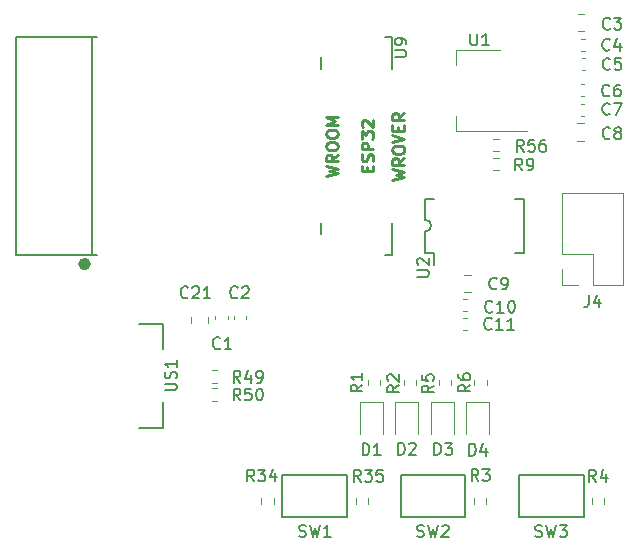
<source format=gbr>
%TF.GenerationSoftware,KiCad,Pcbnew,5.1.9+dfsg1-1~bpo10+1*%
%TF.CreationDate,2021-11-10T17:07:06+01:00*%
%TF.ProjectId,ulx4m-cm4-hat,756c7834-6d2d-4636-9d34-2d6861742e6b,V1.0*%
%TF.SameCoordinates,Original*%
%TF.FileFunction,Legend,Top*%
%TF.FilePolarity,Positive*%
%FSLAX46Y46*%
G04 Gerber Fmt 4.6, Leading zero omitted, Abs format (unit mm)*
G04 Created by KiCad (PCBNEW 5.1.9+dfsg1-1~bpo10+1) date 2021-11-10 17:07:06*
%MOMM*%
%LPD*%
G01*
G04 APERTURE LIST*
%ADD10C,0.120000*%
%ADD11C,0.150000*%
%ADD12C,0.500000*%
%ADD13C,0.250000*%
G04 APERTURE END LIST*
D10*
%TO.C,C1*%
X122865000Y-86609420D02*
X122865000Y-86890580D01*
X123885000Y-86609420D02*
X123885000Y-86890580D01*
%TO.C,C2*%
X125485000Y-86609420D02*
X125485000Y-86890580D01*
X124465000Y-86609420D02*
X124465000Y-86890580D01*
%TO.C,C3*%
X153538748Y-62510000D02*
X154061252Y-62510000D01*
X153538748Y-61040000D02*
X154061252Y-61040000D01*
%TO.C,C4*%
X153844420Y-64140000D02*
X154125580Y-64140000D01*
X153844420Y-63120000D02*
X154125580Y-63120000D01*
%TO.C,C5*%
X153869420Y-64745000D02*
X154150580Y-64745000D01*
X153869420Y-65765000D02*
X154150580Y-65765000D01*
%TO.C,C6*%
X153819420Y-68015000D02*
X154100580Y-68015000D01*
X153819420Y-66995000D02*
X154100580Y-66995000D01*
%TO.C,C7*%
X153819420Y-68620000D02*
X154100580Y-68620000D01*
X153819420Y-69640000D02*
X154100580Y-69640000D01*
%TO.C,C8*%
X153513748Y-70290000D02*
X154036252Y-70290000D01*
X153513748Y-71760000D02*
X154036252Y-71760000D01*
%TO.C,C9*%
X143943748Y-83100000D02*
X144466252Y-83100000D01*
X143943748Y-84570000D02*
X144466252Y-84570000D01*
%TO.C,C10*%
X143839420Y-86220000D02*
X144120580Y-86220000D01*
X143839420Y-85200000D02*
X144120580Y-85200000D01*
%TO.C,C11*%
X143839420Y-86800000D02*
X144120580Y-86800000D01*
X143839420Y-87820000D02*
X144120580Y-87820000D01*
%TO.C,C21*%
X120765000Y-86688748D02*
X120765000Y-87211252D01*
X122235000Y-86688748D02*
X122235000Y-87211252D01*
%TO.C,D1*%
X135100000Y-93905000D02*
X135100000Y-96590000D01*
X137020000Y-93905000D02*
X135100000Y-93905000D01*
X137020000Y-96590000D02*
X137020000Y-93905000D01*
%TO.C,D2*%
X140020000Y-96590000D02*
X140020000Y-93905000D01*
X140020000Y-93905000D02*
X138100000Y-93905000D01*
X138100000Y-93905000D02*
X138100000Y-96590000D01*
%TO.C,D3*%
X143020000Y-96590000D02*
X143020000Y-93905000D01*
X143020000Y-93905000D02*
X141100000Y-93905000D01*
X141100000Y-93905000D02*
X141100000Y-96590000D01*
%TO.C,D4*%
X144100000Y-93905000D02*
X144100000Y-96590000D01*
X146020000Y-93905000D02*
X144100000Y-93905000D01*
X146020000Y-96590000D02*
X146020000Y-93905000D01*
%TO.C,R1*%
X135762500Y-92477258D02*
X135762500Y-92002742D01*
X136807500Y-92477258D02*
X136807500Y-92002742D01*
%TO.C,R2*%
X138787500Y-92002742D02*
X138787500Y-92477258D01*
X139832500Y-92002742D02*
X139832500Y-92477258D01*
%TO.C,R3*%
X144752500Y-102477258D02*
X144752500Y-102002742D01*
X145797500Y-102477258D02*
X145797500Y-102002742D01*
%TO.C,R4*%
X155797500Y-102487258D02*
X155797500Y-102012742D01*
X154752500Y-102487258D02*
X154752500Y-102012742D01*
%TO.C,R5*%
X142822500Y-92002742D02*
X142822500Y-92477258D01*
X141777500Y-92002742D02*
X141777500Y-92477258D01*
%TO.C,R6*%
X144787500Y-92002742D02*
X144787500Y-92477258D01*
X145832500Y-92002742D02*
X145832500Y-92477258D01*
%TO.C,R9*%
X146362742Y-74272500D02*
X146837258Y-74272500D01*
X146362742Y-73227500D02*
X146837258Y-73227500D01*
%TO.C,R34*%
X127797500Y-102012742D02*
X127797500Y-102487258D01*
X126752500Y-102012742D02*
X126752500Y-102487258D01*
%TO.C,R35*%
X135797500Y-102487258D02*
X135797500Y-102012742D01*
X134752500Y-102487258D02*
X134752500Y-102012742D01*
%TO.C,R49*%
X123017258Y-92232500D02*
X122542742Y-92232500D01*
X123017258Y-91187500D02*
X122542742Y-91187500D01*
%TO.C,R50*%
X123007258Y-92717500D02*
X122532742Y-92717500D01*
X123007258Y-93762500D02*
X122532742Y-93762500D01*
%TO.C,R56*%
X146857258Y-72632500D02*
X146382742Y-72632500D01*
X146857258Y-71587500D02*
X146382742Y-71587500D01*
D11*
%TO.C,SW1*%
X128530000Y-103650000D02*
X128530000Y-100050000D01*
X134030000Y-103650000D02*
X128530000Y-103650000D01*
X134030000Y-100050000D02*
X134030000Y-103650000D01*
X128530000Y-100050000D02*
X134030000Y-100050000D01*
%TO.C,SW2*%
X138530000Y-100060000D02*
X144030000Y-100060000D01*
X144030000Y-100060000D02*
X144030000Y-103660000D01*
X144030000Y-103660000D02*
X138530000Y-103660000D01*
X138530000Y-103660000D02*
X138530000Y-100060000D01*
%TO.C,SW3*%
X148530000Y-100060000D02*
X154030000Y-100060000D01*
X154030000Y-100060000D02*
X154030000Y-103660000D01*
X154030000Y-103660000D02*
X148530000Y-103660000D01*
X148530000Y-103660000D02*
X148530000Y-100060000D01*
D10*
%TO.C,U1*%
X143215000Y-64115000D02*
X143215000Y-65375000D01*
X143215000Y-70935000D02*
X143215000Y-69675000D01*
X146975000Y-64115000D02*
X143215000Y-64115000D01*
X149225000Y-70935000D02*
X143215000Y-70935000D01*
D11*
%TO.C,U2*%
X140609000Y-78442000D02*
X140609000Y-76664000D01*
X140609000Y-76664000D02*
X141371000Y-76664000D01*
X140609000Y-79458000D02*
X140609000Y-81236000D01*
X140609000Y-81236000D02*
X141371000Y-81236000D01*
X141371000Y-81236000D02*
X141371000Y-82252000D01*
X148229000Y-81236000D02*
X148991000Y-81236000D01*
X148991000Y-81236000D02*
X148991000Y-76664000D01*
X148991000Y-76664000D02*
X148229000Y-76664000D01*
X140609000Y-78442000D02*
G75*
G02*
X140609000Y-79458000I0J-508000D01*
G01*
%TO.C,U9*%
X137785000Y-81400000D02*
X137225000Y-81400000D01*
X137785000Y-78700000D02*
X137785000Y-81400000D01*
X137785000Y-63000000D02*
X137785000Y-65700000D01*
X137225000Y-63000000D02*
X137785000Y-63000000D01*
X105985000Y-63000000D02*
X105985000Y-81400000D01*
X105985000Y-63000000D02*
X112875000Y-63000000D01*
X105985000Y-81400000D02*
X112875000Y-81400000D01*
X112405000Y-63000000D02*
X112405000Y-81400000D01*
D12*
X112063981Y-82200000D02*
G75*
G03*
X112063981Y-82200000I-283981J0D01*
G01*
D11*
X131835000Y-64700000D02*
X131835000Y-65700000D01*
X131835000Y-78700000D02*
X131835000Y-79700000D01*
%TO.C,US1*%
X116380000Y-87250000D02*
X118380000Y-87250000D01*
X118380000Y-87250000D02*
X118380000Y-89400000D01*
X118380000Y-93900000D02*
X118380000Y-96050000D01*
X118380000Y-96050000D02*
X116430000Y-96050000D01*
D10*
%TO.C,J4*%
X157395000Y-83955000D02*
X154795000Y-83955000D01*
X157395000Y-83955000D02*
X157395000Y-76215000D01*
X157395000Y-76215000D02*
X152195000Y-76215000D01*
X152195000Y-81355000D02*
X152195000Y-76215000D01*
X154795000Y-81355000D02*
X152195000Y-81355000D01*
X154795000Y-83955000D02*
X154795000Y-81355000D01*
X152195000Y-83955000D02*
X152195000Y-82625000D01*
X153525000Y-83955000D02*
X152195000Y-83955000D01*
%TO.C,C1*%
D11*
X123258333Y-89307142D02*
X123210714Y-89354761D01*
X123067857Y-89402380D01*
X122972619Y-89402380D01*
X122829761Y-89354761D01*
X122734523Y-89259523D01*
X122686904Y-89164285D01*
X122639285Y-88973809D01*
X122639285Y-88830952D01*
X122686904Y-88640476D01*
X122734523Y-88545238D01*
X122829761Y-88450000D01*
X122972619Y-88402380D01*
X123067857Y-88402380D01*
X123210714Y-88450000D01*
X123258333Y-88497619D01*
X124210714Y-89402380D02*
X123639285Y-89402380D01*
X123925000Y-89402380D02*
X123925000Y-88402380D01*
X123829761Y-88545238D01*
X123734523Y-88640476D01*
X123639285Y-88688095D01*
%TO.C,C2*%
X124733333Y-85007142D02*
X124685714Y-85054761D01*
X124542857Y-85102380D01*
X124447619Y-85102380D01*
X124304761Y-85054761D01*
X124209523Y-84959523D01*
X124161904Y-84864285D01*
X124114285Y-84673809D01*
X124114285Y-84530952D01*
X124161904Y-84340476D01*
X124209523Y-84245238D01*
X124304761Y-84150000D01*
X124447619Y-84102380D01*
X124542857Y-84102380D01*
X124685714Y-84150000D01*
X124733333Y-84197619D01*
X125114285Y-84197619D02*
X125161904Y-84150000D01*
X125257142Y-84102380D01*
X125495238Y-84102380D01*
X125590476Y-84150000D01*
X125638095Y-84197619D01*
X125685714Y-84292857D01*
X125685714Y-84388095D01*
X125638095Y-84530952D01*
X125066666Y-85102380D01*
X125685714Y-85102380D01*
%TO.C,C3*%
X156283333Y-62257142D02*
X156235714Y-62304761D01*
X156092857Y-62352380D01*
X155997619Y-62352380D01*
X155854761Y-62304761D01*
X155759523Y-62209523D01*
X155711904Y-62114285D01*
X155664285Y-61923809D01*
X155664285Y-61780952D01*
X155711904Y-61590476D01*
X155759523Y-61495238D01*
X155854761Y-61400000D01*
X155997619Y-61352380D01*
X156092857Y-61352380D01*
X156235714Y-61400000D01*
X156283333Y-61447619D01*
X156616666Y-61352380D02*
X157235714Y-61352380D01*
X156902380Y-61733333D01*
X157045238Y-61733333D01*
X157140476Y-61780952D01*
X157188095Y-61828571D01*
X157235714Y-61923809D01*
X157235714Y-62161904D01*
X157188095Y-62257142D01*
X157140476Y-62304761D01*
X157045238Y-62352380D01*
X156759523Y-62352380D01*
X156664285Y-62304761D01*
X156616666Y-62257142D01*
%TO.C,C4*%
X156243333Y-64037142D02*
X156195714Y-64084761D01*
X156052857Y-64132380D01*
X155957619Y-64132380D01*
X155814761Y-64084761D01*
X155719523Y-63989523D01*
X155671904Y-63894285D01*
X155624285Y-63703809D01*
X155624285Y-63560952D01*
X155671904Y-63370476D01*
X155719523Y-63275238D01*
X155814761Y-63180000D01*
X155957619Y-63132380D01*
X156052857Y-63132380D01*
X156195714Y-63180000D01*
X156243333Y-63227619D01*
X157100476Y-63465714D02*
X157100476Y-64132380D01*
X156862380Y-63084761D02*
X156624285Y-63799047D01*
X157243333Y-63799047D01*
%TO.C,C5*%
X156268333Y-65662142D02*
X156220714Y-65709761D01*
X156077857Y-65757380D01*
X155982619Y-65757380D01*
X155839761Y-65709761D01*
X155744523Y-65614523D01*
X155696904Y-65519285D01*
X155649285Y-65328809D01*
X155649285Y-65185952D01*
X155696904Y-64995476D01*
X155744523Y-64900238D01*
X155839761Y-64805000D01*
X155982619Y-64757380D01*
X156077857Y-64757380D01*
X156220714Y-64805000D01*
X156268333Y-64852619D01*
X157173095Y-64757380D02*
X156696904Y-64757380D01*
X156649285Y-65233571D01*
X156696904Y-65185952D01*
X156792142Y-65138333D01*
X157030238Y-65138333D01*
X157125476Y-65185952D01*
X157173095Y-65233571D01*
X157220714Y-65328809D01*
X157220714Y-65566904D01*
X157173095Y-65662142D01*
X157125476Y-65709761D01*
X157030238Y-65757380D01*
X156792142Y-65757380D01*
X156696904Y-65709761D01*
X156649285Y-65662142D01*
%TO.C,C6*%
X156218333Y-67912142D02*
X156170714Y-67959761D01*
X156027857Y-68007380D01*
X155932619Y-68007380D01*
X155789761Y-67959761D01*
X155694523Y-67864523D01*
X155646904Y-67769285D01*
X155599285Y-67578809D01*
X155599285Y-67435952D01*
X155646904Y-67245476D01*
X155694523Y-67150238D01*
X155789761Y-67055000D01*
X155932619Y-67007380D01*
X156027857Y-67007380D01*
X156170714Y-67055000D01*
X156218333Y-67102619D01*
X157075476Y-67007380D02*
X156885000Y-67007380D01*
X156789761Y-67055000D01*
X156742142Y-67102619D01*
X156646904Y-67245476D01*
X156599285Y-67435952D01*
X156599285Y-67816904D01*
X156646904Y-67912142D01*
X156694523Y-67959761D01*
X156789761Y-68007380D01*
X156980238Y-68007380D01*
X157075476Y-67959761D01*
X157123095Y-67912142D01*
X157170714Y-67816904D01*
X157170714Y-67578809D01*
X157123095Y-67483571D01*
X157075476Y-67435952D01*
X156980238Y-67388333D01*
X156789761Y-67388333D01*
X156694523Y-67435952D01*
X156646904Y-67483571D01*
X156599285Y-67578809D01*
%TO.C,C7*%
X156243333Y-69487142D02*
X156195714Y-69534761D01*
X156052857Y-69582380D01*
X155957619Y-69582380D01*
X155814761Y-69534761D01*
X155719523Y-69439523D01*
X155671904Y-69344285D01*
X155624285Y-69153809D01*
X155624285Y-69010952D01*
X155671904Y-68820476D01*
X155719523Y-68725238D01*
X155814761Y-68630000D01*
X155957619Y-68582380D01*
X156052857Y-68582380D01*
X156195714Y-68630000D01*
X156243333Y-68677619D01*
X156576666Y-68582380D02*
X157243333Y-68582380D01*
X156814761Y-69582380D01*
%TO.C,C8*%
X156258333Y-71532142D02*
X156210714Y-71579761D01*
X156067857Y-71627380D01*
X155972619Y-71627380D01*
X155829761Y-71579761D01*
X155734523Y-71484523D01*
X155686904Y-71389285D01*
X155639285Y-71198809D01*
X155639285Y-71055952D01*
X155686904Y-70865476D01*
X155734523Y-70770238D01*
X155829761Y-70675000D01*
X155972619Y-70627380D01*
X156067857Y-70627380D01*
X156210714Y-70675000D01*
X156258333Y-70722619D01*
X156829761Y-71055952D02*
X156734523Y-71008333D01*
X156686904Y-70960714D01*
X156639285Y-70865476D01*
X156639285Y-70817857D01*
X156686904Y-70722619D01*
X156734523Y-70675000D01*
X156829761Y-70627380D01*
X157020238Y-70627380D01*
X157115476Y-70675000D01*
X157163095Y-70722619D01*
X157210714Y-70817857D01*
X157210714Y-70865476D01*
X157163095Y-70960714D01*
X157115476Y-71008333D01*
X157020238Y-71055952D01*
X156829761Y-71055952D01*
X156734523Y-71103571D01*
X156686904Y-71151190D01*
X156639285Y-71246428D01*
X156639285Y-71436904D01*
X156686904Y-71532142D01*
X156734523Y-71579761D01*
X156829761Y-71627380D01*
X157020238Y-71627380D01*
X157115476Y-71579761D01*
X157163095Y-71532142D01*
X157210714Y-71436904D01*
X157210714Y-71246428D01*
X157163095Y-71151190D01*
X157115476Y-71103571D01*
X157020238Y-71055952D01*
%TO.C,C9*%
X146683333Y-84257142D02*
X146635714Y-84304761D01*
X146492857Y-84352380D01*
X146397619Y-84352380D01*
X146254761Y-84304761D01*
X146159523Y-84209523D01*
X146111904Y-84114285D01*
X146064285Y-83923809D01*
X146064285Y-83780952D01*
X146111904Y-83590476D01*
X146159523Y-83495238D01*
X146254761Y-83400000D01*
X146397619Y-83352380D01*
X146492857Y-83352380D01*
X146635714Y-83400000D01*
X146683333Y-83447619D01*
X147159523Y-84352380D02*
X147350000Y-84352380D01*
X147445238Y-84304761D01*
X147492857Y-84257142D01*
X147588095Y-84114285D01*
X147635714Y-83923809D01*
X147635714Y-83542857D01*
X147588095Y-83447619D01*
X147540476Y-83400000D01*
X147445238Y-83352380D01*
X147254761Y-83352380D01*
X147159523Y-83400000D01*
X147111904Y-83447619D01*
X147064285Y-83542857D01*
X147064285Y-83780952D01*
X147111904Y-83876190D01*
X147159523Y-83923809D01*
X147254761Y-83971428D01*
X147445238Y-83971428D01*
X147540476Y-83923809D01*
X147588095Y-83876190D01*
X147635714Y-83780952D01*
%TO.C,C10*%
X146312142Y-86217142D02*
X146264523Y-86264761D01*
X146121666Y-86312380D01*
X146026428Y-86312380D01*
X145883571Y-86264761D01*
X145788333Y-86169523D01*
X145740714Y-86074285D01*
X145693095Y-85883809D01*
X145693095Y-85740952D01*
X145740714Y-85550476D01*
X145788333Y-85455238D01*
X145883571Y-85360000D01*
X146026428Y-85312380D01*
X146121666Y-85312380D01*
X146264523Y-85360000D01*
X146312142Y-85407619D01*
X147264523Y-86312380D02*
X146693095Y-86312380D01*
X146978809Y-86312380D02*
X146978809Y-85312380D01*
X146883571Y-85455238D01*
X146788333Y-85550476D01*
X146693095Y-85598095D01*
X147883571Y-85312380D02*
X147978809Y-85312380D01*
X148074047Y-85360000D01*
X148121666Y-85407619D01*
X148169285Y-85502857D01*
X148216904Y-85693333D01*
X148216904Y-85931428D01*
X148169285Y-86121904D01*
X148121666Y-86217142D01*
X148074047Y-86264761D01*
X147978809Y-86312380D01*
X147883571Y-86312380D01*
X147788333Y-86264761D01*
X147740714Y-86217142D01*
X147693095Y-86121904D01*
X147645476Y-85931428D01*
X147645476Y-85693333D01*
X147693095Y-85502857D01*
X147740714Y-85407619D01*
X147788333Y-85360000D01*
X147883571Y-85312380D01*
%TO.C,C11*%
X146237142Y-87667142D02*
X146189523Y-87714761D01*
X146046666Y-87762380D01*
X145951428Y-87762380D01*
X145808571Y-87714761D01*
X145713333Y-87619523D01*
X145665714Y-87524285D01*
X145618095Y-87333809D01*
X145618095Y-87190952D01*
X145665714Y-87000476D01*
X145713333Y-86905238D01*
X145808571Y-86810000D01*
X145951428Y-86762380D01*
X146046666Y-86762380D01*
X146189523Y-86810000D01*
X146237142Y-86857619D01*
X147189523Y-87762380D02*
X146618095Y-87762380D01*
X146903809Y-87762380D02*
X146903809Y-86762380D01*
X146808571Y-86905238D01*
X146713333Y-87000476D01*
X146618095Y-87048095D01*
X148141904Y-87762380D02*
X147570476Y-87762380D01*
X147856190Y-87762380D02*
X147856190Y-86762380D01*
X147760952Y-86905238D01*
X147665714Y-87000476D01*
X147570476Y-87048095D01*
%TO.C,C21*%
X120532142Y-85007142D02*
X120484523Y-85054761D01*
X120341666Y-85102380D01*
X120246428Y-85102380D01*
X120103571Y-85054761D01*
X120008333Y-84959523D01*
X119960714Y-84864285D01*
X119913095Y-84673809D01*
X119913095Y-84530952D01*
X119960714Y-84340476D01*
X120008333Y-84245238D01*
X120103571Y-84150000D01*
X120246428Y-84102380D01*
X120341666Y-84102380D01*
X120484523Y-84150000D01*
X120532142Y-84197619D01*
X120913095Y-84197619D02*
X120960714Y-84150000D01*
X121055952Y-84102380D01*
X121294047Y-84102380D01*
X121389285Y-84150000D01*
X121436904Y-84197619D01*
X121484523Y-84292857D01*
X121484523Y-84388095D01*
X121436904Y-84530952D01*
X120865476Y-85102380D01*
X121484523Y-85102380D01*
X122436904Y-85102380D02*
X121865476Y-85102380D01*
X122151190Y-85102380D02*
X122151190Y-84102380D01*
X122055952Y-84245238D01*
X121960714Y-84340476D01*
X121865476Y-84388095D01*
%TO.C,D1*%
X135321904Y-98392380D02*
X135321904Y-97392380D01*
X135560000Y-97392380D01*
X135702857Y-97440000D01*
X135798095Y-97535238D01*
X135845714Y-97630476D01*
X135893333Y-97820952D01*
X135893333Y-97963809D01*
X135845714Y-98154285D01*
X135798095Y-98249523D01*
X135702857Y-98344761D01*
X135560000Y-98392380D01*
X135321904Y-98392380D01*
X136845714Y-98392380D02*
X136274285Y-98392380D01*
X136560000Y-98392380D02*
X136560000Y-97392380D01*
X136464761Y-97535238D01*
X136369523Y-97630476D01*
X136274285Y-97678095D01*
%TO.C,D2*%
X138321904Y-98342380D02*
X138321904Y-97342380D01*
X138560000Y-97342380D01*
X138702857Y-97390000D01*
X138798095Y-97485238D01*
X138845714Y-97580476D01*
X138893333Y-97770952D01*
X138893333Y-97913809D01*
X138845714Y-98104285D01*
X138798095Y-98199523D01*
X138702857Y-98294761D01*
X138560000Y-98342380D01*
X138321904Y-98342380D01*
X139274285Y-97437619D02*
X139321904Y-97390000D01*
X139417142Y-97342380D01*
X139655238Y-97342380D01*
X139750476Y-97390000D01*
X139798095Y-97437619D01*
X139845714Y-97532857D01*
X139845714Y-97628095D01*
X139798095Y-97770952D01*
X139226666Y-98342380D01*
X139845714Y-98342380D01*
%TO.C,D3*%
X141396904Y-98367380D02*
X141396904Y-97367380D01*
X141635000Y-97367380D01*
X141777857Y-97415000D01*
X141873095Y-97510238D01*
X141920714Y-97605476D01*
X141968333Y-97795952D01*
X141968333Y-97938809D01*
X141920714Y-98129285D01*
X141873095Y-98224523D01*
X141777857Y-98319761D01*
X141635000Y-98367380D01*
X141396904Y-98367380D01*
X142301666Y-97367380D02*
X142920714Y-97367380D01*
X142587380Y-97748333D01*
X142730238Y-97748333D01*
X142825476Y-97795952D01*
X142873095Y-97843571D01*
X142920714Y-97938809D01*
X142920714Y-98176904D01*
X142873095Y-98272142D01*
X142825476Y-98319761D01*
X142730238Y-98367380D01*
X142444523Y-98367380D01*
X142349285Y-98319761D01*
X142301666Y-98272142D01*
%TO.C,D4*%
X144346904Y-98417380D02*
X144346904Y-97417380D01*
X144585000Y-97417380D01*
X144727857Y-97465000D01*
X144823095Y-97560238D01*
X144870714Y-97655476D01*
X144918333Y-97845952D01*
X144918333Y-97988809D01*
X144870714Y-98179285D01*
X144823095Y-98274523D01*
X144727857Y-98369761D01*
X144585000Y-98417380D01*
X144346904Y-98417380D01*
X145775476Y-97750714D02*
X145775476Y-98417380D01*
X145537380Y-97369761D02*
X145299285Y-98084047D01*
X145918333Y-98084047D01*
%TO.C,R1*%
X135307380Y-92406666D02*
X134831190Y-92740000D01*
X135307380Y-92978095D02*
X134307380Y-92978095D01*
X134307380Y-92597142D01*
X134355000Y-92501904D01*
X134402619Y-92454285D01*
X134497857Y-92406666D01*
X134640714Y-92406666D01*
X134735952Y-92454285D01*
X134783571Y-92501904D01*
X134831190Y-92597142D01*
X134831190Y-92978095D01*
X135307380Y-91454285D02*
X135307380Y-92025714D01*
X135307380Y-91740000D02*
X134307380Y-91740000D01*
X134450238Y-91835238D01*
X134545476Y-91930476D01*
X134593095Y-92025714D01*
%TO.C,R2*%
X138412380Y-92481666D02*
X137936190Y-92815000D01*
X138412380Y-93053095D02*
X137412380Y-93053095D01*
X137412380Y-92672142D01*
X137460000Y-92576904D01*
X137507619Y-92529285D01*
X137602857Y-92481666D01*
X137745714Y-92481666D01*
X137840952Y-92529285D01*
X137888571Y-92576904D01*
X137936190Y-92672142D01*
X137936190Y-93053095D01*
X137507619Y-92100714D02*
X137460000Y-92053095D01*
X137412380Y-91957857D01*
X137412380Y-91719761D01*
X137460000Y-91624523D01*
X137507619Y-91576904D01*
X137602857Y-91529285D01*
X137698095Y-91529285D01*
X137840952Y-91576904D01*
X138412380Y-92148333D01*
X138412380Y-91529285D01*
%TO.C,R3*%
X145133333Y-100562380D02*
X144800000Y-100086190D01*
X144561904Y-100562380D02*
X144561904Y-99562380D01*
X144942857Y-99562380D01*
X145038095Y-99610000D01*
X145085714Y-99657619D01*
X145133333Y-99752857D01*
X145133333Y-99895714D01*
X145085714Y-99990952D01*
X145038095Y-100038571D01*
X144942857Y-100086190D01*
X144561904Y-100086190D01*
X145466666Y-99562380D02*
X146085714Y-99562380D01*
X145752380Y-99943333D01*
X145895238Y-99943333D01*
X145990476Y-99990952D01*
X146038095Y-100038571D01*
X146085714Y-100133809D01*
X146085714Y-100371904D01*
X146038095Y-100467142D01*
X145990476Y-100514761D01*
X145895238Y-100562380D01*
X145609523Y-100562380D01*
X145514285Y-100514761D01*
X145466666Y-100467142D01*
%TO.C,R4*%
X155083333Y-100627380D02*
X154750000Y-100151190D01*
X154511904Y-100627380D02*
X154511904Y-99627380D01*
X154892857Y-99627380D01*
X154988095Y-99675000D01*
X155035714Y-99722619D01*
X155083333Y-99817857D01*
X155083333Y-99960714D01*
X155035714Y-100055952D01*
X154988095Y-100103571D01*
X154892857Y-100151190D01*
X154511904Y-100151190D01*
X155940476Y-99960714D02*
X155940476Y-100627380D01*
X155702380Y-99579761D02*
X155464285Y-100294047D01*
X156083333Y-100294047D01*
%TO.C,R5*%
X141342380Y-92486666D02*
X140866190Y-92820000D01*
X141342380Y-93058095D02*
X140342380Y-93058095D01*
X140342380Y-92677142D01*
X140390000Y-92581904D01*
X140437619Y-92534285D01*
X140532857Y-92486666D01*
X140675714Y-92486666D01*
X140770952Y-92534285D01*
X140818571Y-92581904D01*
X140866190Y-92677142D01*
X140866190Y-93058095D01*
X140342380Y-91581904D02*
X140342380Y-92058095D01*
X140818571Y-92105714D01*
X140770952Y-92058095D01*
X140723333Y-91962857D01*
X140723333Y-91724761D01*
X140770952Y-91629523D01*
X140818571Y-91581904D01*
X140913809Y-91534285D01*
X141151904Y-91534285D01*
X141247142Y-91581904D01*
X141294761Y-91629523D01*
X141342380Y-91724761D01*
X141342380Y-91962857D01*
X141294761Y-92058095D01*
X141247142Y-92105714D01*
%TO.C,R6*%
X144437380Y-92406666D02*
X143961190Y-92740000D01*
X144437380Y-92978095D02*
X143437380Y-92978095D01*
X143437380Y-92597142D01*
X143485000Y-92501904D01*
X143532619Y-92454285D01*
X143627857Y-92406666D01*
X143770714Y-92406666D01*
X143865952Y-92454285D01*
X143913571Y-92501904D01*
X143961190Y-92597142D01*
X143961190Y-92978095D01*
X143437380Y-91549523D02*
X143437380Y-91740000D01*
X143485000Y-91835238D01*
X143532619Y-91882857D01*
X143675476Y-91978095D01*
X143865952Y-92025714D01*
X144246904Y-92025714D01*
X144342142Y-91978095D01*
X144389761Y-91930476D01*
X144437380Y-91835238D01*
X144437380Y-91644761D01*
X144389761Y-91549523D01*
X144342142Y-91501904D01*
X144246904Y-91454285D01*
X144008809Y-91454285D01*
X143913571Y-91501904D01*
X143865952Y-91549523D01*
X143818333Y-91644761D01*
X143818333Y-91835238D01*
X143865952Y-91930476D01*
X143913571Y-91978095D01*
X144008809Y-92025714D01*
%TO.C,R9*%
X148833333Y-74277380D02*
X148500000Y-73801190D01*
X148261904Y-74277380D02*
X148261904Y-73277380D01*
X148642857Y-73277380D01*
X148738095Y-73325000D01*
X148785714Y-73372619D01*
X148833333Y-73467857D01*
X148833333Y-73610714D01*
X148785714Y-73705952D01*
X148738095Y-73753571D01*
X148642857Y-73801190D01*
X148261904Y-73801190D01*
X149309523Y-74277380D02*
X149500000Y-74277380D01*
X149595238Y-74229761D01*
X149642857Y-74182142D01*
X149738095Y-74039285D01*
X149785714Y-73848809D01*
X149785714Y-73467857D01*
X149738095Y-73372619D01*
X149690476Y-73325000D01*
X149595238Y-73277380D01*
X149404761Y-73277380D01*
X149309523Y-73325000D01*
X149261904Y-73372619D01*
X149214285Y-73467857D01*
X149214285Y-73705952D01*
X149261904Y-73801190D01*
X149309523Y-73848809D01*
X149404761Y-73896428D01*
X149595238Y-73896428D01*
X149690476Y-73848809D01*
X149738095Y-73801190D01*
X149785714Y-73705952D01*
%TO.C,R34*%
X126132142Y-100602380D02*
X125798809Y-100126190D01*
X125560714Y-100602380D02*
X125560714Y-99602380D01*
X125941666Y-99602380D01*
X126036904Y-99650000D01*
X126084523Y-99697619D01*
X126132142Y-99792857D01*
X126132142Y-99935714D01*
X126084523Y-100030952D01*
X126036904Y-100078571D01*
X125941666Y-100126190D01*
X125560714Y-100126190D01*
X126465476Y-99602380D02*
X127084523Y-99602380D01*
X126751190Y-99983333D01*
X126894047Y-99983333D01*
X126989285Y-100030952D01*
X127036904Y-100078571D01*
X127084523Y-100173809D01*
X127084523Y-100411904D01*
X127036904Y-100507142D01*
X126989285Y-100554761D01*
X126894047Y-100602380D01*
X126608333Y-100602380D01*
X126513095Y-100554761D01*
X126465476Y-100507142D01*
X127941666Y-99935714D02*
X127941666Y-100602380D01*
X127703571Y-99554761D02*
X127465476Y-100269047D01*
X128084523Y-100269047D01*
%TO.C,R35*%
X135157142Y-100627380D02*
X134823809Y-100151190D01*
X134585714Y-100627380D02*
X134585714Y-99627380D01*
X134966666Y-99627380D01*
X135061904Y-99675000D01*
X135109523Y-99722619D01*
X135157142Y-99817857D01*
X135157142Y-99960714D01*
X135109523Y-100055952D01*
X135061904Y-100103571D01*
X134966666Y-100151190D01*
X134585714Y-100151190D01*
X135490476Y-99627380D02*
X136109523Y-99627380D01*
X135776190Y-100008333D01*
X135919047Y-100008333D01*
X136014285Y-100055952D01*
X136061904Y-100103571D01*
X136109523Y-100198809D01*
X136109523Y-100436904D01*
X136061904Y-100532142D01*
X136014285Y-100579761D01*
X135919047Y-100627380D01*
X135633333Y-100627380D01*
X135538095Y-100579761D01*
X135490476Y-100532142D01*
X137014285Y-99627380D02*
X136538095Y-99627380D01*
X136490476Y-100103571D01*
X136538095Y-100055952D01*
X136633333Y-100008333D01*
X136871428Y-100008333D01*
X136966666Y-100055952D01*
X137014285Y-100103571D01*
X137061904Y-100198809D01*
X137061904Y-100436904D01*
X137014285Y-100532142D01*
X136966666Y-100579761D01*
X136871428Y-100627380D01*
X136633333Y-100627380D01*
X136538095Y-100579761D01*
X136490476Y-100532142D01*
%TO.C,R49*%
X124977142Y-92232380D02*
X124643809Y-91756190D01*
X124405714Y-92232380D02*
X124405714Y-91232380D01*
X124786666Y-91232380D01*
X124881904Y-91280000D01*
X124929523Y-91327619D01*
X124977142Y-91422857D01*
X124977142Y-91565714D01*
X124929523Y-91660952D01*
X124881904Y-91708571D01*
X124786666Y-91756190D01*
X124405714Y-91756190D01*
X125834285Y-91565714D02*
X125834285Y-92232380D01*
X125596190Y-91184761D02*
X125358095Y-91899047D01*
X125977142Y-91899047D01*
X126405714Y-92232380D02*
X126596190Y-92232380D01*
X126691428Y-92184761D01*
X126739047Y-92137142D01*
X126834285Y-91994285D01*
X126881904Y-91803809D01*
X126881904Y-91422857D01*
X126834285Y-91327619D01*
X126786666Y-91280000D01*
X126691428Y-91232380D01*
X126500952Y-91232380D01*
X126405714Y-91280000D01*
X126358095Y-91327619D01*
X126310476Y-91422857D01*
X126310476Y-91660952D01*
X126358095Y-91756190D01*
X126405714Y-91803809D01*
X126500952Y-91851428D01*
X126691428Y-91851428D01*
X126786666Y-91803809D01*
X126834285Y-91756190D01*
X126881904Y-91660952D01*
%TO.C,R50*%
X124967142Y-93752380D02*
X124633809Y-93276190D01*
X124395714Y-93752380D02*
X124395714Y-92752380D01*
X124776666Y-92752380D01*
X124871904Y-92800000D01*
X124919523Y-92847619D01*
X124967142Y-92942857D01*
X124967142Y-93085714D01*
X124919523Y-93180952D01*
X124871904Y-93228571D01*
X124776666Y-93276190D01*
X124395714Y-93276190D01*
X125871904Y-92752380D02*
X125395714Y-92752380D01*
X125348095Y-93228571D01*
X125395714Y-93180952D01*
X125490952Y-93133333D01*
X125729047Y-93133333D01*
X125824285Y-93180952D01*
X125871904Y-93228571D01*
X125919523Y-93323809D01*
X125919523Y-93561904D01*
X125871904Y-93657142D01*
X125824285Y-93704761D01*
X125729047Y-93752380D01*
X125490952Y-93752380D01*
X125395714Y-93704761D01*
X125348095Y-93657142D01*
X126538571Y-92752380D02*
X126633809Y-92752380D01*
X126729047Y-92800000D01*
X126776666Y-92847619D01*
X126824285Y-92942857D01*
X126871904Y-93133333D01*
X126871904Y-93371428D01*
X126824285Y-93561904D01*
X126776666Y-93657142D01*
X126729047Y-93704761D01*
X126633809Y-93752380D01*
X126538571Y-93752380D01*
X126443333Y-93704761D01*
X126395714Y-93657142D01*
X126348095Y-93561904D01*
X126300476Y-93371428D01*
X126300476Y-93133333D01*
X126348095Y-92942857D01*
X126395714Y-92847619D01*
X126443333Y-92800000D01*
X126538571Y-92752380D01*
%TO.C,R56*%
X148952142Y-72687380D02*
X148618809Y-72211190D01*
X148380714Y-72687380D02*
X148380714Y-71687380D01*
X148761666Y-71687380D01*
X148856904Y-71735000D01*
X148904523Y-71782619D01*
X148952142Y-71877857D01*
X148952142Y-72020714D01*
X148904523Y-72115952D01*
X148856904Y-72163571D01*
X148761666Y-72211190D01*
X148380714Y-72211190D01*
X149856904Y-71687380D02*
X149380714Y-71687380D01*
X149333095Y-72163571D01*
X149380714Y-72115952D01*
X149475952Y-72068333D01*
X149714047Y-72068333D01*
X149809285Y-72115952D01*
X149856904Y-72163571D01*
X149904523Y-72258809D01*
X149904523Y-72496904D01*
X149856904Y-72592142D01*
X149809285Y-72639761D01*
X149714047Y-72687380D01*
X149475952Y-72687380D01*
X149380714Y-72639761D01*
X149333095Y-72592142D01*
X150761666Y-71687380D02*
X150571190Y-71687380D01*
X150475952Y-71735000D01*
X150428333Y-71782619D01*
X150333095Y-71925476D01*
X150285476Y-72115952D01*
X150285476Y-72496904D01*
X150333095Y-72592142D01*
X150380714Y-72639761D01*
X150475952Y-72687380D01*
X150666428Y-72687380D01*
X150761666Y-72639761D01*
X150809285Y-72592142D01*
X150856904Y-72496904D01*
X150856904Y-72258809D01*
X150809285Y-72163571D01*
X150761666Y-72115952D01*
X150666428Y-72068333D01*
X150475952Y-72068333D01*
X150380714Y-72115952D01*
X150333095Y-72163571D01*
X150285476Y-72258809D01*
%TO.C,SW1*%
X129946666Y-105254761D02*
X130089523Y-105302380D01*
X130327619Y-105302380D01*
X130422857Y-105254761D01*
X130470476Y-105207142D01*
X130518095Y-105111904D01*
X130518095Y-105016666D01*
X130470476Y-104921428D01*
X130422857Y-104873809D01*
X130327619Y-104826190D01*
X130137142Y-104778571D01*
X130041904Y-104730952D01*
X129994285Y-104683333D01*
X129946666Y-104588095D01*
X129946666Y-104492857D01*
X129994285Y-104397619D01*
X130041904Y-104350000D01*
X130137142Y-104302380D01*
X130375238Y-104302380D01*
X130518095Y-104350000D01*
X130851428Y-104302380D02*
X131089523Y-105302380D01*
X131280000Y-104588095D01*
X131470476Y-105302380D01*
X131708571Y-104302380D01*
X132613333Y-105302380D02*
X132041904Y-105302380D01*
X132327619Y-105302380D02*
X132327619Y-104302380D01*
X132232380Y-104445238D01*
X132137142Y-104540476D01*
X132041904Y-104588095D01*
%TO.C,SW2*%
X139946666Y-105264761D02*
X140089523Y-105312380D01*
X140327619Y-105312380D01*
X140422857Y-105264761D01*
X140470476Y-105217142D01*
X140518095Y-105121904D01*
X140518095Y-105026666D01*
X140470476Y-104931428D01*
X140422857Y-104883809D01*
X140327619Y-104836190D01*
X140137142Y-104788571D01*
X140041904Y-104740952D01*
X139994285Y-104693333D01*
X139946666Y-104598095D01*
X139946666Y-104502857D01*
X139994285Y-104407619D01*
X140041904Y-104360000D01*
X140137142Y-104312380D01*
X140375238Y-104312380D01*
X140518095Y-104360000D01*
X140851428Y-104312380D02*
X141089523Y-105312380D01*
X141280000Y-104598095D01*
X141470476Y-105312380D01*
X141708571Y-104312380D01*
X142041904Y-104407619D02*
X142089523Y-104360000D01*
X142184761Y-104312380D01*
X142422857Y-104312380D01*
X142518095Y-104360000D01*
X142565714Y-104407619D01*
X142613333Y-104502857D01*
X142613333Y-104598095D01*
X142565714Y-104740952D01*
X141994285Y-105312380D01*
X142613333Y-105312380D01*
%TO.C,SW3*%
X149946666Y-105264761D02*
X150089523Y-105312380D01*
X150327619Y-105312380D01*
X150422857Y-105264761D01*
X150470476Y-105217142D01*
X150518095Y-105121904D01*
X150518095Y-105026666D01*
X150470476Y-104931428D01*
X150422857Y-104883809D01*
X150327619Y-104836190D01*
X150137142Y-104788571D01*
X150041904Y-104740952D01*
X149994285Y-104693333D01*
X149946666Y-104598095D01*
X149946666Y-104502857D01*
X149994285Y-104407619D01*
X150041904Y-104360000D01*
X150137142Y-104312380D01*
X150375238Y-104312380D01*
X150518095Y-104360000D01*
X150851428Y-104312380D02*
X151089523Y-105312380D01*
X151280000Y-104598095D01*
X151470476Y-105312380D01*
X151708571Y-104312380D01*
X151994285Y-104312380D02*
X152613333Y-104312380D01*
X152280000Y-104693333D01*
X152422857Y-104693333D01*
X152518095Y-104740952D01*
X152565714Y-104788571D01*
X152613333Y-104883809D01*
X152613333Y-105121904D01*
X152565714Y-105217142D01*
X152518095Y-105264761D01*
X152422857Y-105312380D01*
X152137142Y-105312380D01*
X152041904Y-105264761D01*
X151994285Y-105217142D01*
%TO.C,U1*%
X144448095Y-62692380D02*
X144448095Y-63501904D01*
X144495714Y-63597142D01*
X144543333Y-63644761D01*
X144638571Y-63692380D01*
X144829047Y-63692380D01*
X144924285Y-63644761D01*
X144971904Y-63597142D01*
X145019523Y-63501904D01*
X145019523Y-62692380D01*
X146019523Y-63692380D02*
X145448095Y-63692380D01*
X145733809Y-63692380D02*
X145733809Y-62692380D01*
X145638571Y-62835238D01*
X145543333Y-62930476D01*
X145448095Y-62978095D01*
%TO.C,U2*%
X139934380Y-83267904D02*
X140743904Y-83267904D01*
X140839142Y-83220285D01*
X140886761Y-83172666D01*
X140934380Y-83077428D01*
X140934380Y-82886952D01*
X140886761Y-82791714D01*
X140839142Y-82744095D01*
X140743904Y-82696476D01*
X139934380Y-82696476D01*
X140029619Y-82267904D02*
X139982000Y-82220285D01*
X139934380Y-82125047D01*
X139934380Y-81886952D01*
X139982000Y-81791714D01*
X140029619Y-81744095D01*
X140124857Y-81696476D01*
X140220095Y-81696476D01*
X140362952Y-81744095D01*
X140934380Y-82315523D01*
X140934380Y-81696476D01*
%TO.C,U9*%
X138032380Y-64661904D02*
X138841904Y-64661904D01*
X138937142Y-64614285D01*
X138984761Y-64566666D01*
X139032380Y-64471428D01*
X139032380Y-64280952D01*
X138984761Y-64185714D01*
X138937142Y-64138095D01*
X138841904Y-64090476D01*
X138032380Y-64090476D01*
X139032380Y-63566666D02*
X139032380Y-63376190D01*
X138984761Y-63280952D01*
X138937142Y-63233333D01*
X138794285Y-63138095D01*
X138603809Y-63090476D01*
X138222857Y-63090476D01*
X138127619Y-63138095D01*
X138080000Y-63185714D01*
X138032380Y-63280952D01*
X138032380Y-63471428D01*
X138080000Y-63566666D01*
X138127619Y-63614285D01*
X138222857Y-63661904D01*
X138460952Y-63661904D01*
X138556190Y-63614285D01*
X138603809Y-63566666D01*
X138651428Y-63471428D01*
X138651428Y-63280952D01*
X138603809Y-63185714D01*
X138556190Y-63138095D01*
X138460952Y-63090476D01*
D13*
X132232380Y-74747619D02*
X133232380Y-74509523D01*
X132518095Y-74319047D01*
X133232380Y-74128571D01*
X132232380Y-73890476D01*
X133232380Y-72938095D02*
X132756190Y-73271428D01*
X133232380Y-73509523D02*
X132232380Y-73509523D01*
X132232380Y-73128571D01*
X132280000Y-73033333D01*
X132327619Y-72985714D01*
X132422857Y-72938095D01*
X132565714Y-72938095D01*
X132660952Y-72985714D01*
X132708571Y-73033333D01*
X132756190Y-73128571D01*
X132756190Y-73509523D01*
X132232380Y-72319047D02*
X132232380Y-72128571D01*
X132280000Y-72033333D01*
X132375238Y-71938095D01*
X132565714Y-71890476D01*
X132899047Y-71890476D01*
X133089523Y-71938095D01*
X133184761Y-72033333D01*
X133232380Y-72128571D01*
X133232380Y-72319047D01*
X133184761Y-72414285D01*
X133089523Y-72509523D01*
X132899047Y-72557142D01*
X132565714Y-72557142D01*
X132375238Y-72509523D01*
X132280000Y-72414285D01*
X132232380Y-72319047D01*
X132232380Y-71271428D02*
X132232380Y-71080952D01*
X132280000Y-70985714D01*
X132375238Y-70890476D01*
X132565714Y-70842857D01*
X132899047Y-70842857D01*
X133089523Y-70890476D01*
X133184761Y-70985714D01*
X133232380Y-71080952D01*
X133232380Y-71271428D01*
X133184761Y-71366666D01*
X133089523Y-71461904D01*
X132899047Y-71509523D01*
X132565714Y-71509523D01*
X132375238Y-71461904D01*
X132280000Y-71366666D01*
X132232380Y-71271428D01*
X133232380Y-70414285D02*
X132232380Y-70414285D01*
X132946666Y-70080952D01*
X132232380Y-69747619D01*
X133232380Y-69747619D01*
X137852380Y-75053333D02*
X138852380Y-74815238D01*
X138138095Y-74624761D01*
X138852380Y-74434285D01*
X137852380Y-74196190D01*
X138852380Y-73243809D02*
X138376190Y-73577142D01*
X138852380Y-73815238D02*
X137852380Y-73815238D01*
X137852380Y-73434285D01*
X137900000Y-73339047D01*
X137947619Y-73291428D01*
X138042857Y-73243809D01*
X138185714Y-73243809D01*
X138280952Y-73291428D01*
X138328571Y-73339047D01*
X138376190Y-73434285D01*
X138376190Y-73815238D01*
X137852380Y-72624761D02*
X137852380Y-72434285D01*
X137900000Y-72339047D01*
X137995238Y-72243809D01*
X138185714Y-72196190D01*
X138519047Y-72196190D01*
X138709523Y-72243809D01*
X138804761Y-72339047D01*
X138852380Y-72434285D01*
X138852380Y-72624761D01*
X138804761Y-72720000D01*
X138709523Y-72815238D01*
X138519047Y-72862857D01*
X138185714Y-72862857D01*
X137995238Y-72815238D01*
X137900000Y-72720000D01*
X137852380Y-72624761D01*
X137852380Y-71910476D02*
X138852380Y-71577142D01*
X137852380Y-71243809D01*
X138328571Y-70910476D02*
X138328571Y-70577142D01*
X138852380Y-70434285D02*
X138852380Y-70910476D01*
X137852380Y-70910476D01*
X137852380Y-70434285D01*
X138852380Y-69434285D02*
X138376190Y-69767619D01*
X138852380Y-70005714D02*
X137852380Y-70005714D01*
X137852380Y-69624761D01*
X137900000Y-69529523D01*
X137947619Y-69481904D01*
X138042857Y-69434285D01*
X138185714Y-69434285D01*
X138280952Y-69481904D01*
X138328571Y-69529523D01*
X138376190Y-69624761D01*
X138376190Y-70005714D01*
X135708571Y-74342857D02*
X135708571Y-74009523D01*
X136232380Y-73866666D02*
X136232380Y-74342857D01*
X135232380Y-74342857D01*
X135232380Y-73866666D01*
X136184761Y-73485714D02*
X136232380Y-73342857D01*
X136232380Y-73104761D01*
X136184761Y-73009523D01*
X136137142Y-72961904D01*
X136041904Y-72914285D01*
X135946666Y-72914285D01*
X135851428Y-72961904D01*
X135803809Y-73009523D01*
X135756190Y-73104761D01*
X135708571Y-73295238D01*
X135660952Y-73390476D01*
X135613333Y-73438095D01*
X135518095Y-73485714D01*
X135422857Y-73485714D01*
X135327619Y-73438095D01*
X135280000Y-73390476D01*
X135232380Y-73295238D01*
X135232380Y-73057142D01*
X135280000Y-72914285D01*
X136232380Y-72485714D02*
X135232380Y-72485714D01*
X135232380Y-72104761D01*
X135280000Y-72009523D01*
X135327619Y-71961904D01*
X135422857Y-71914285D01*
X135565714Y-71914285D01*
X135660952Y-71961904D01*
X135708571Y-72009523D01*
X135756190Y-72104761D01*
X135756190Y-72485714D01*
X135232380Y-71580952D02*
X135232380Y-70961904D01*
X135613333Y-71295238D01*
X135613333Y-71152380D01*
X135660952Y-71057142D01*
X135708571Y-71009523D01*
X135803809Y-70961904D01*
X136041904Y-70961904D01*
X136137142Y-71009523D01*
X136184761Y-71057142D01*
X136232380Y-71152380D01*
X136232380Y-71438095D01*
X136184761Y-71533333D01*
X136137142Y-71580952D01*
X135327619Y-70580952D02*
X135280000Y-70533333D01*
X135232380Y-70438095D01*
X135232380Y-70200000D01*
X135280000Y-70104761D01*
X135327619Y-70057142D01*
X135422857Y-70009523D01*
X135518095Y-70009523D01*
X135660952Y-70057142D01*
X136232380Y-70628571D01*
X136232380Y-70009523D01*
%TO.C,US1*%
D11*
X118568380Y-92888095D02*
X119377904Y-92888095D01*
X119473142Y-92840476D01*
X119520761Y-92792857D01*
X119568380Y-92697619D01*
X119568380Y-92507142D01*
X119520761Y-92411904D01*
X119473142Y-92364285D01*
X119377904Y-92316666D01*
X118568380Y-92316666D01*
X119520761Y-91888095D02*
X119568380Y-91745238D01*
X119568380Y-91507142D01*
X119520761Y-91411904D01*
X119473142Y-91364285D01*
X119377904Y-91316666D01*
X119282666Y-91316666D01*
X119187428Y-91364285D01*
X119139809Y-91411904D01*
X119092190Y-91507142D01*
X119044571Y-91697619D01*
X118996952Y-91792857D01*
X118949333Y-91840476D01*
X118854095Y-91888095D01*
X118758857Y-91888095D01*
X118663619Y-91840476D01*
X118616000Y-91792857D01*
X118568380Y-91697619D01*
X118568380Y-91459523D01*
X118616000Y-91316666D01*
X119568380Y-90364285D02*
X119568380Y-90935714D01*
X119568380Y-90650000D02*
X118568380Y-90650000D01*
X118711238Y-90745238D01*
X118806476Y-90840476D01*
X118854095Y-90935714D01*
%TO.C,J4*%
X154461666Y-84847380D02*
X154461666Y-85561666D01*
X154414047Y-85704523D01*
X154318809Y-85799761D01*
X154175952Y-85847380D01*
X154080714Y-85847380D01*
X155366428Y-85180714D02*
X155366428Y-85847380D01*
X155128333Y-84799761D02*
X154890238Y-85514047D01*
X155509285Y-85514047D01*
%TD*%
M02*

</source>
